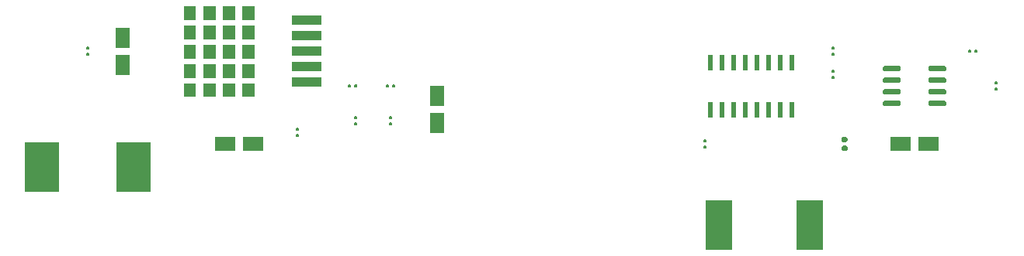
<source format=gbr>
%TF.GenerationSoftware,KiCad,Pcbnew,(5.1.10)-1*%
%TF.CreationDate,2021-10-04T16:47:09-07:00*%
%TF.ProjectId,VFD,5646442e-6b69-4636-9164-5f7063625858,rev?*%
%TF.SameCoordinates,Original*%
%TF.FileFunction,Paste,Top*%
%TF.FilePolarity,Positive*%
%FSLAX46Y46*%
G04 Gerber Fmt 4.6, Leading zero omitted, Abs format (unit mm)*
G04 Created by KiCad (PCBNEW (5.1.10)-1) date 2021-10-04 16:47:09*
%MOMM*%
%LPD*%
G01*
G04 APERTURE LIST*
%ADD10C,0.010000*%
%ADD11R,3.210000X1.050000*%
%ADD12R,0.533400X1.701800*%
%ADD13R,2.900000X5.400000*%
%ADD14R,3.850000X5.500000*%
%ADD15R,2.200000X1.600000*%
%ADD16R,1.600000X2.200000*%
G04 APERTURE END LIST*
D10*
%TO.C,VR1*%
G36*
X65920000Y-103580000D02*
G01*
X64660000Y-103580000D01*
X64660000Y-102160000D01*
X65920000Y-102160000D01*
X65920000Y-103580000D01*
G37*
X65920000Y-103580000D02*
X64660000Y-103580000D01*
X64660000Y-102160000D01*
X65920000Y-102160000D01*
X65920000Y-103580000D01*
G36*
X63800000Y-103580000D02*
G01*
X62540000Y-103580000D01*
X62540000Y-102160000D01*
X63800000Y-102160000D01*
X63800000Y-103580000D01*
G37*
X63800000Y-103580000D02*
X62540000Y-103580000D01*
X62540000Y-102160000D01*
X63800000Y-102160000D01*
X63800000Y-103580000D01*
G36*
X68040000Y-103580000D02*
G01*
X66780000Y-103580000D01*
X66780000Y-102160000D01*
X68040000Y-102160000D01*
X68040000Y-103580000D01*
G37*
X68040000Y-103580000D02*
X66780000Y-103580000D01*
X66780000Y-102160000D01*
X68040000Y-102160000D01*
X68040000Y-103580000D01*
G36*
X70160000Y-103580000D02*
G01*
X68900000Y-103580000D01*
X68900000Y-102160000D01*
X70160000Y-102160000D01*
X70160000Y-103580000D01*
G37*
X70160000Y-103580000D02*
X68900000Y-103580000D01*
X68900000Y-102160000D01*
X70160000Y-102160000D01*
X70160000Y-103580000D01*
G36*
X65920000Y-105690000D02*
G01*
X64660000Y-105690000D01*
X64660000Y-104270000D01*
X65920000Y-104270000D01*
X65920000Y-105690000D01*
G37*
X65920000Y-105690000D02*
X64660000Y-105690000D01*
X64660000Y-104270000D01*
X65920000Y-104270000D01*
X65920000Y-105690000D01*
G36*
X65920000Y-107800000D02*
G01*
X64660000Y-107800000D01*
X64660000Y-106380000D01*
X65920000Y-106380000D01*
X65920000Y-107800000D01*
G37*
X65920000Y-107800000D02*
X64660000Y-107800000D01*
X64660000Y-106380000D01*
X65920000Y-106380000D01*
X65920000Y-107800000D01*
G36*
X65920000Y-101470000D02*
G01*
X64660000Y-101470000D01*
X64660000Y-100050000D01*
X65920000Y-100050000D01*
X65920000Y-101470000D01*
G37*
X65920000Y-101470000D02*
X64660000Y-101470000D01*
X64660000Y-100050000D01*
X65920000Y-100050000D01*
X65920000Y-101470000D01*
G36*
X65920000Y-99360000D02*
G01*
X64660000Y-99360000D01*
X64660000Y-97940000D01*
X65920000Y-97940000D01*
X65920000Y-99360000D01*
G37*
X65920000Y-99360000D02*
X64660000Y-99360000D01*
X64660000Y-97940000D01*
X65920000Y-97940000D01*
X65920000Y-99360000D01*
G36*
X63800000Y-105690000D02*
G01*
X62540000Y-105690000D01*
X62540000Y-104270000D01*
X63800000Y-104270000D01*
X63800000Y-105690000D01*
G37*
X63800000Y-105690000D02*
X62540000Y-105690000D01*
X62540000Y-104270000D01*
X63800000Y-104270000D01*
X63800000Y-105690000D01*
G36*
X63800000Y-107800000D02*
G01*
X62540000Y-107800000D01*
X62540000Y-106380000D01*
X63800000Y-106380000D01*
X63800000Y-107800000D01*
G37*
X63800000Y-107800000D02*
X62540000Y-107800000D01*
X62540000Y-106380000D01*
X63800000Y-106380000D01*
X63800000Y-107800000D01*
G36*
X63800000Y-101470000D02*
G01*
X62540000Y-101470000D01*
X62540000Y-100050000D01*
X63800000Y-100050000D01*
X63800000Y-101470000D01*
G37*
X63800000Y-101470000D02*
X62540000Y-101470000D01*
X62540000Y-100050000D01*
X63800000Y-100050000D01*
X63800000Y-101470000D01*
G36*
X63800000Y-99360000D02*
G01*
X62540000Y-99360000D01*
X62540000Y-97940000D01*
X63800000Y-97940000D01*
X63800000Y-99360000D01*
G37*
X63800000Y-99360000D02*
X62540000Y-99360000D01*
X62540000Y-97940000D01*
X63800000Y-97940000D01*
X63800000Y-99360000D01*
G36*
X68040000Y-101470000D02*
G01*
X66780000Y-101470000D01*
X66780000Y-100050000D01*
X68040000Y-100050000D01*
X68040000Y-101470000D01*
G37*
X68040000Y-101470000D02*
X66780000Y-101470000D01*
X66780000Y-100050000D01*
X68040000Y-100050000D01*
X68040000Y-101470000D01*
G36*
X68040000Y-99360000D02*
G01*
X66780000Y-99360000D01*
X66780000Y-97940000D01*
X68040000Y-97940000D01*
X68040000Y-99360000D01*
G37*
X68040000Y-99360000D02*
X66780000Y-99360000D01*
X66780000Y-97940000D01*
X68040000Y-97940000D01*
X68040000Y-99360000D01*
G36*
X68040000Y-105690000D02*
G01*
X66780000Y-105690000D01*
X66780000Y-104270000D01*
X68040000Y-104270000D01*
X68040000Y-105690000D01*
G37*
X68040000Y-105690000D02*
X66780000Y-105690000D01*
X66780000Y-104270000D01*
X68040000Y-104270000D01*
X68040000Y-105690000D01*
G36*
X70160000Y-105690000D02*
G01*
X68900000Y-105690000D01*
X68900000Y-104270000D01*
X70160000Y-104270000D01*
X70160000Y-105690000D01*
G37*
X70160000Y-105690000D02*
X68900000Y-105690000D01*
X68900000Y-104270000D01*
X70160000Y-104270000D01*
X70160000Y-105690000D01*
G36*
X70160000Y-107800000D02*
G01*
X68900000Y-107800000D01*
X68900000Y-106380000D01*
X70160000Y-106380000D01*
X70160000Y-107800000D01*
G37*
X70160000Y-107800000D02*
X68900000Y-107800000D01*
X68900000Y-106380000D01*
X70160000Y-106380000D01*
X70160000Y-107800000D01*
G36*
X68040000Y-107800000D02*
G01*
X66780000Y-107800000D01*
X66780000Y-106380000D01*
X68040000Y-106380000D01*
X68040000Y-107800000D01*
G37*
X68040000Y-107800000D02*
X66780000Y-107800000D01*
X66780000Y-106380000D01*
X68040000Y-106380000D01*
X68040000Y-107800000D01*
G36*
X70160000Y-101470000D02*
G01*
X68900000Y-101470000D01*
X68900000Y-100050000D01*
X70160000Y-100050000D01*
X70160000Y-101470000D01*
G37*
X70160000Y-101470000D02*
X68900000Y-101470000D01*
X68900000Y-100050000D01*
X70160000Y-100050000D01*
X70160000Y-101470000D01*
G36*
X70160000Y-99360000D02*
G01*
X68900000Y-99360000D01*
X68900000Y-97940000D01*
X70160000Y-97940000D01*
X70160000Y-99360000D01*
G37*
X70160000Y-99360000D02*
X68900000Y-99360000D01*
X68900000Y-97940000D01*
X70160000Y-97940000D01*
X70160000Y-99360000D01*
%TD*%
D11*
%TO.C,VR1*%
X75980000Y-106270000D03*
X75980000Y-104570000D03*
X75980000Y-102870000D03*
X75980000Y-101170000D03*
X75980000Y-99470000D03*
%TD*%
D12*
%TO.C,U2*%
X128905000Y-104089200D03*
X127635000Y-104089200D03*
X126365000Y-104089200D03*
X125095000Y-104089200D03*
X123825000Y-104089200D03*
X122555000Y-104089200D03*
X121285000Y-104089200D03*
X120015000Y-104089200D03*
X120015000Y-109270800D03*
X121285000Y-109270800D03*
X122555000Y-109270800D03*
X123825000Y-109270800D03*
X125095000Y-109270800D03*
X126365000Y-109270800D03*
X127635000Y-109270800D03*
X128905000Y-109270800D03*
%TD*%
%TO.C,U1*%
G36*
G01*
X143740000Y-104925000D02*
X143740000Y-104625000D01*
G75*
G02*
X143890000Y-104475000I150000J0D01*
G01*
X145540000Y-104475000D01*
G75*
G02*
X145690000Y-104625000I0J-150000D01*
G01*
X145690000Y-104925000D01*
G75*
G02*
X145540000Y-105075000I-150000J0D01*
G01*
X143890000Y-105075000D01*
G75*
G02*
X143740000Y-104925000I0J150000D01*
G01*
G37*
G36*
G01*
X143740000Y-106195000D02*
X143740000Y-105895000D01*
G75*
G02*
X143890000Y-105745000I150000J0D01*
G01*
X145540000Y-105745000D01*
G75*
G02*
X145690000Y-105895000I0J-150000D01*
G01*
X145690000Y-106195000D01*
G75*
G02*
X145540000Y-106345000I-150000J0D01*
G01*
X143890000Y-106345000D01*
G75*
G02*
X143740000Y-106195000I0J150000D01*
G01*
G37*
G36*
G01*
X143740000Y-107465000D02*
X143740000Y-107165000D01*
G75*
G02*
X143890000Y-107015000I150000J0D01*
G01*
X145540000Y-107015000D01*
G75*
G02*
X145690000Y-107165000I0J-150000D01*
G01*
X145690000Y-107465000D01*
G75*
G02*
X145540000Y-107615000I-150000J0D01*
G01*
X143890000Y-107615000D01*
G75*
G02*
X143740000Y-107465000I0J150000D01*
G01*
G37*
G36*
G01*
X143740000Y-108735000D02*
X143740000Y-108435000D01*
G75*
G02*
X143890000Y-108285000I150000J0D01*
G01*
X145540000Y-108285000D01*
G75*
G02*
X145690000Y-108435000I0J-150000D01*
G01*
X145690000Y-108735000D01*
G75*
G02*
X145540000Y-108885000I-150000J0D01*
G01*
X143890000Y-108885000D01*
G75*
G02*
X143740000Y-108735000I0J150000D01*
G01*
G37*
G36*
G01*
X138790000Y-108735000D02*
X138790000Y-108435000D01*
G75*
G02*
X138940000Y-108285000I150000J0D01*
G01*
X140590000Y-108285000D01*
G75*
G02*
X140740000Y-108435000I0J-150000D01*
G01*
X140740000Y-108735000D01*
G75*
G02*
X140590000Y-108885000I-150000J0D01*
G01*
X138940000Y-108885000D01*
G75*
G02*
X138790000Y-108735000I0J150000D01*
G01*
G37*
G36*
G01*
X138790000Y-107465000D02*
X138790000Y-107165000D01*
G75*
G02*
X138940000Y-107015000I150000J0D01*
G01*
X140590000Y-107015000D01*
G75*
G02*
X140740000Y-107165000I0J-150000D01*
G01*
X140740000Y-107465000D01*
G75*
G02*
X140590000Y-107615000I-150000J0D01*
G01*
X138940000Y-107615000D01*
G75*
G02*
X138790000Y-107465000I0J150000D01*
G01*
G37*
G36*
G01*
X138790000Y-106195000D02*
X138790000Y-105895000D01*
G75*
G02*
X138940000Y-105745000I150000J0D01*
G01*
X140590000Y-105745000D01*
G75*
G02*
X140740000Y-105895000I0J-150000D01*
G01*
X140740000Y-106195000D01*
G75*
G02*
X140590000Y-106345000I-150000J0D01*
G01*
X138940000Y-106345000D01*
G75*
G02*
X138790000Y-106195000I0J150000D01*
G01*
G37*
G36*
G01*
X138790000Y-104925000D02*
X138790000Y-104625000D01*
G75*
G02*
X138940000Y-104475000I150000J0D01*
G01*
X140590000Y-104475000D01*
G75*
G02*
X140740000Y-104625000I0J-150000D01*
G01*
X140740000Y-104925000D01*
G75*
G02*
X140590000Y-105075000I-150000J0D01*
G01*
X138940000Y-105075000D01*
G75*
G02*
X138790000Y-104925000I0J150000D01*
G01*
G37*
%TD*%
%TO.C,R5*%
G36*
G01*
X151230500Y-106494000D02*
X151029500Y-106494000D01*
G75*
G02*
X150950000Y-106414500I0J79500D01*
G01*
X150950000Y-106255500D01*
G75*
G02*
X151029500Y-106176000I79500J0D01*
G01*
X151230500Y-106176000D01*
G75*
G02*
X151310000Y-106255500I0J-79500D01*
G01*
X151310000Y-106414500D01*
G75*
G02*
X151230500Y-106494000I-79500J0D01*
G01*
G37*
G36*
G01*
X151230500Y-107184000D02*
X151029500Y-107184000D01*
G75*
G02*
X150950000Y-107104500I0J79500D01*
G01*
X150950000Y-106945500D01*
G75*
G02*
X151029500Y-106866000I79500J0D01*
G01*
X151230500Y-106866000D01*
G75*
G02*
X151310000Y-106945500I0J-79500D01*
G01*
X151310000Y-107104500D01*
G75*
G02*
X151230500Y-107184000I-79500J0D01*
G01*
G37*
%TD*%
%TO.C,R4*%
G36*
G01*
X133249500Y-105596000D02*
X133450500Y-105596000D01*
G75*
G02*
X133530000Y-105675500I0J-79500D01*
G01*
X133530000Y-105834500D01*
G75*
G02*
X133450500Y-105914000I-79500J0D01*
G01*
X133249500Y-105914000D01*
G75*
G02*
X133170000Y-105834500I0J79500D01*
G01*
X133170000Y-105675500D01*
G75*
G02*
X133249500Y-105596000I79500J0D01*
G01*
G37*
G36*
G01*
X133249500Y-104906000D02*
X133450500Y-104906000D01*
G75*
G02*
X133530000Y-104985500I0J-79500D01*
G01*
X133530000Y-105144500D01*
G75*
G02*
X133450500Y-105224000I-79500J0D01*
G01*
X133249500Y-105224000D01*
G75*
G02*
X133170000Y-105144500I0J79500D01*
G01*
X133170000Y-104985500D01*
G75*
G02*
X133249500Y-104906000I79500J0D01*
G01*
G37*
%TD*%
%TO.C,R3*%
G36*
G01*
X119480500Y-112844000D02*
X119279500Y-112844000D01*
G75*
G02*
X119200000Y-112764500I0J79500D01*
G01*
X119200000Y-112605500D01*
G75*
G02*
X119279500Y-112526000I79500J0D01*
G01*
X119480500Y-112526000D01*
G75*
G02*
X119560000Y-112605500I0J-79500D01*
G01*
X119560000Y-112764500D01*
G75*
G02*
X119480500Y-112844000I-79500J0D01*
G01*
G37*
G36*
G01*
X119480500Y-113534000D02*
X119279500Y-113534000D01*
G75*
G02*
X119200000Y-113454500I0J79500D01*
G01*
X119200000Y-113295500D01*
G75*
G02*
X119279500Y-113216000I79500J0D01*
G01*
X119480500Y-113216000D01*
G75*
G02*
X119560000Y-113295500I0J-79500D01*
G01*
X119560000Y-113454500D01*
G75*
G02*
X119480500Y-113534000I-79500J0D01*
G01*
G37*
%TD*%
%TO.C,R2*%
G36*
G01*
X80774000Y-106579500D02*
X80774000Y-106780500D01*
G75*
G02*
X80694500Y-106860000I-79500J0D01*
G01*
X80535500Y-106860000D01*
G75*
G02*
X80456000Y-106780500I0J79500D01*
G01*
X80456000Y-106579500D01*
G75*
G02*
X80535500Y-106500000I79500J0D01*
G01*
X80694500Y-106500000D01*
G75*
G02*
X80774000Y-106579500I0J-79500D01*
G01*
G37*
G36*
G01*
X81464000Y-106579500D02*
X81464000Y-106780500D01*
G75*
G02*
X81384500Y-106860000I-79500J0D01*
G01*
X81225500Y-106860000D01*
G75*
G02*
X81146000Y-106780500I0J79500D01*
G01*
X81146000Y-106579500D01*
G75*
G02*
X81225500Y-106500000I79500J0D01*
G01*
X81384500Y-106500000D01*
G75*
G02*
X81464000Y-106579500I0J-79500D01*
G01*
G37*
%TD*%
%TO.C,R1*%
G36*
G01*
X84904000Y-106579500D02*
X84904000Y-106780500D01*
G75*
G02*
X84824500Y-106860000I-79500J0D01*
G01*
X84665500Y-106860000D01*
G75*
G02*
X84586000Y-106780500I0J79500D01*
G01*
X84586000Y-106579500D01*
G75*
G02*
X84665500Y-106500000I79500J0D01*
G01*
X84824500Y-106500000D01*
G75*
G02*
X84904000Y-106579500I0J-79500D01*
G01*
G37*
G36*
G01*
X85594000Y-106579500D02*
X85594000Y-106780500D01*
G75*
G02*
X85514500Y-106860000I-79500J0D01*
G01*
X85355500Y-106860000D01*
G75*
G02*
X85276000Y-106780500I0J79500D01*
G01*
X85276000Y-106579500D01*
G75*
G02*
X85355500Y-106500000I79500J0D01*
G01*
X85514500Y-106500000D01*
G75*
G02*
X85594000Y-106579500I0J-79500D01*
G01*
G37*
%TD*%
D13*
%TO.C,L2*%
X130810000Y-121920000D03*
X120910000Y-121920000D03*
%TD*%
D14*
%TO.C,L1*%
X47095000Y-115570000D03*
X57045000Y-115570000D03*
%TD*%
%TO.C,D3*%
G36*
G01*
X148776000Y-102970500D02*
X148776000Y-102769500D01*
G75*
G02*
X148855500Y-102690000I79500J0D01*
G01*
X149014500Y-102690000D01*
G75*
G02*
X149094000Y-102769500I0J-79500D01*
G01*
X149094000Y-102970500D01*
G75*
G02*
X149014500Y-103050000I-79500J0D01*
G01*
X148855500Y-103050000D01*
G75*
G02*
X148776000Y-102970500I0J79500D01*
G01*
G37*
G36*
G01*
X148086000Y-102970500D02*
X148086000Y-102769500D01*
G75*
G02*
X148165500Y-102690000I79500J0D01*
G01*
X148324500Y-102690000D01*
G75*
G02*
X148404000Y-102769500I0J-79500D01*
G01*
X148404000Y-102970500D01*
G75*
G02*
X148324500Y-103050000I-79500J0D01*
G01*
X148165500Y-103050000D01*
G75*
G02*
X148086000Y-102970500I0J79500D01*
G01*
G37*
%TD*%
%TO.C,D2*%
G36*
G01*
X134792500Y-112840000D02*
X134447500Y-112840000D01*
G75*
G02*
X134300000Y-112692500I0J147500D01*
G01*
X134300000Y-112397500D01*
G75*
G02*
X134447500Y-112250000I147500J0D01*
G01*
X134792500Y-112250000D01*
G75*
G02*
X134940000Y-112397500I0J-147500D01*
G01*
X134940000Y-112692500D01*
G75*
G02*
X134792500Y-112840000I-147500J0D01*
G01*
G37*
G36*
G01*
X134792500Y-113810000D02*
X134447500Y-113810000D01*
G75*
G02*
X134300000Y-113662500I0J147500D01*
G01*
X134300000Y-113367500D01*
G75*
G02*
X134447500Y-113220000I147500J0D01*
G01*
X134792500Y-113220000D01*
G75*
G02*
X134940000Y-113367500I0J-147500D01*
G01*
X134940000Y-113662500D01*
G75*
G02*
X134792500Y-113810000I-147500J0D01*
G01*
G37*
%TD*%
%TO.C,D1*%
G36*
G01*
X81380500Y-110304000D02*
X81179500Y-110304000D01*
G75*
G02*
X81100000Y-110224500I0J79500D01*
G01*
X81100000Y-110065500D01*
G75*
G02*
X81179500Y-109986000I79500J0D01*
G01*
X81380500Y-109986000D01*
G75*
G02*
X81460000Y-110065500I0J-79500D01*
G01*
X81460000Y-110224500D01*
G75*
G02*
X81380500Y-110304000I-79500J0D01*
G01*
G37*
G36*
G01*
X81380500Y-110994000D02*
X81179500Y-110994000D01*
G75*
G02*
X81100000Y-110914500I0J79500D01*
G01*
X81100000Y-110755500D01*
G75*
G02*
X81179500Y-110676000I79500J0D01*
G01*
X81380500Y-110676000D01*
G75*
G02*
X81460000Y-110755500I0J-79500D01*
G01*
X81460000Y-110914500D01*
G75*
G02*
X81380500Y-110994000I-79500J0D01*
G01*
G37*
%TD*%
D15*
%TO.C,C8*%
X143740000Y-113030000D03*
X140740000Y-113030000D03*
%TD*%
%TO.C,C7*%
G36*
G01*
X133450500Y-102684000D02*
X133249500Y-102684000D01*
G75*
G02*
X133170000Y-102604500I0J79500D01*
G01*
X133170000Y-102445500D01*
G75*
G02*
X133249500Y-102366000I79500J0D01*
G01*
X133450500Y-102366000D01*
G75*
G02*
X133530000Y-102445500I0J-79500D01*
G01*
X133530000Y-102604500D01*
G75*
G02*
X133450500Y-102684000I-79500J0D01*
G01*
G37*
G36*
G01*
X133450500Y-103374000D02*
X133249500Y-103374000D01*
G75*
G02*
X133170000Y-103294500I0J79500D01*
G01*
X133170000Y-103135500D01*
G75*
G02*
X133249500Y-103056000I79500J0D01*
G01*
X133450500Y-103056000D01*
G75*
G02*
X133530000Y-103135500I0J-79500D01*
G01*
X133530000Y-103294500D01*
G75*
G02*
X133450500Y-103374000I-79500J0D01*
G01*
G37*
%TD*%
D16*
%TO.C,C6*%
X90170000Y-110720000D03*
X90170000Y-107720000D03*
%TD*%
%TO.C,C5*%
G36*
G01*
X84989500Y-110676000D02*
X85190500Y-110676000D01*
G75*
G02*
X85270000Y-110755500I0J-79500D01*
G01*
X85270000Y-110914500D01*
G75*
G02*
X85190500Y-110994000I-79500J0D01*
G01*
X84989500Y-110994000D01*
G75*
G02*
X84910000Y-110914500I0J79500D01*
G01*
X84910000Y-110755500D01*
G75*
G02*
X84989500Y-110676000I79500J0D01*
G01*
G37*
G36*
G01*
X84989500Y-109986000D02*
X85190500Y-109986000D01*
G75*
G02*
X85270000Y-110065500I0J-79500D01*
G01*
X85270000Y-110224500D01*
G75*
G02*
X85190500Y-110304000I-79500J0D01*
G01*
X84989500Y-110304000D01*
G75*
G02*
X84910000Y-110224500I0J79500D01*
G01*
X84910000Y-110065500D01*
G75*
G02*
X84989500Y-109986000I79500J0D01*
G01*
G37*
%TD*%
%TO.C,C4*%
X55880000Y-104370000D03*
X55880000Y-101370000D03*
%TD*%
%TO.C,C3*%
G36*
G01*
X51969500Y-103056000D02*
X52170500Y-103056000D01*
G75*
G02*
X52250000Y-103135500I0J-79500D01*
G01*
X52250000Y-103294500D01*
G75*
G02*
X52170500Y-103374000I-79500J0D01*
G01*
X51969500Y-103374000D01*
G75*
G02*
X51890000Y-103294500I0J79500D01*
G01*
X51890000Y-103135500D01*
G75*
G02*
X51969500Y-103056000I79500J0D01*
G01*
G37*
G36*
G01*
X51969500Y-102366000D02*
X52170500Y-102366000D01*
G75*
G02*
X52250000Y-102445500I0J-79500D01*
G01*
X52250000Y-102604500D01*
G75*
G02*
X52170500Y-102684000I-79500J0D01*
G01*
X51969500Y-102684000D01*
G75*
G02*
X51890000Y-102604500I0J79500D01*
G01*
X51890000Y-102445500D01*
G75*
G02*
X51969500Y-102366000I79500J0D01*
G01*
G37*
%TD*%
%TO.C,C2*%
G36*
G01*
X74829500Y-111946000D02*
X75030500Y-111946000D01*
G75*
G02*
X75110000Y-112025500I0J-79500D01*
G01*
X75110000Y-112184500D01*
G75*
G02*
X75030500Y-112264000I-79500J0D01*
G01*
X74829500Y-112264000D01*
G75*
G02*
X74750000Y-112184500I0J79500D01*
G01*
X74750000Y-112025500D01*
G75*
G02*
X74829500Y-111946000I79500J0D01*
G01*
G37*
G36*
G01*
X74829500Y-111256000D02*
X75030500Y-111256000D01*
G75*
G02*
X75110000Y-111335500I0J-79500D01*
G01*
X75110000Y-111494500D01*
G75*
G02*
X75030500Y-111574000I-79500J0D01*
G01*
X74829500Y-111574000D01*
G75*
G02*
X74750000Y-111494500I0J79500D01*
G01*
X74750000Y-111335500D01*
G75*
G02*
X74829500Y-111256000I79500J0D01*
G01*
G37*
%TD*%
D15*
%TO.C,C1*%
X70080000Y-113030000D03*
X67080000Y-113030000D03*
%TD*%
M02*

</source>
